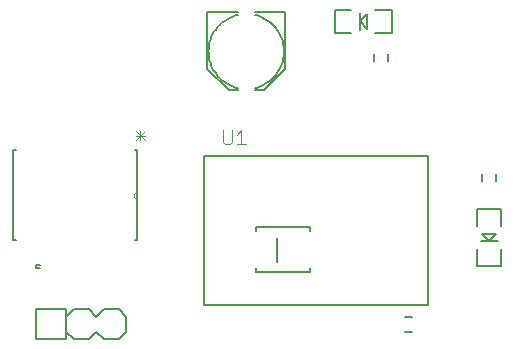
<source format=gto>
G75*
G70*
%OFA0B0*%
%FSLAX24Y24*%
%IPPOS*%
%LPD*%
%AMOC8*
5,1,8,0,0,1.08239X$1,22.5*
%
%ADD10C,0.0080*%
%ADD11C,0.0060*%
%ADD12C,0.0050*%
%ADD13C,0.0040*%
%ADD14C,0.0000*%
%ADD15C,0.0030*%
D10*
X003150Y002557D02*
X004150Y002557D01*
X004150Y003557D01*
X003150Y003557D01*
X003150Y002557D01*
X004150Y002807D02*
X004400Y002557D01*
X004900Y002557D01*
X005150Y002807D01*
X005400Y002557D01*
X005900Y002557D01*
X006150Y002807D01*
X006150Y003307D01*
X005900Y003557D01*
X005400Y003557D01*
X005150Y003307D01*
X004900Y003557D01*
X004400Y003557D01*
X004150Y003307D01*
X010479Y004809D02*
X010479Y004947D01*
X010479Y004809D02*
X012290Y004809D01*
X012290Y004947D01*
X011187Y005144D02*
X011187Y005931D01*
X010479Y006168D02*
X010479Y006305D01*
X012290Y006305D01*
X012290Y006168D01*
X017857Y006351D02*
X017857Y006902D01*
X018644Y006902D01*
X018644Y006351D01*
X018486Y006075D02*
X018014Y006075D01*
X018250Y005839D01*
X018486Y006075D01*
X018526Y005839D02*
X018250Y005839D01*
X017975Y005839D01*
X017857Y005564D02*
X017857Y005012D01*
X018644Y005012D01*
X018644Y005564D01*
X014995Y012764D02*
X014444Y012764D01*
X014168Y012921D02*
X014168Y013394D01*
X013932Y013157D01*
X014168Y012921D01*
X013932Y012882D02*
X013932Y013157D01*
X013932Y013433D01*
X013657Y013551D02*
X013105Y013551D01*
X013105Y012764D01*
X013657Y012764D01*
X014444Y013551D02*
X014995Y013551D01*
X014995Y012764D01*
D11*
X014886Y012075D02*
X014886Y011839D01*
X014414Y011839D02*
X014414Y012075D01*
X018014Y008075D02*
X018014Y007839D01*
X018486Y007839D02*
X018486Y008075D01*
X015668Y003294D02*
X015432Y003294D01*
X015432Y002821D02*
X015668Y002821D01*
X006520Y005857D02*
X006520Y007237D01*
X006520Y007477D01*
X006520Y008857D01*
X006440Y008857D01*
X006440Y005857D02*
X006520Y005857D01*
X003270Y005027D02*
X003130Y005027D01*
X003130Y004927D01*
X003270Y004927D01*
X002460Y005857D02*
X002380Y005857D01*
X002380Y008857D01*
X002460Y008857D01*
D12*
X008750Y008657D02*
X008750Y003707D01*
X016200Y003707D01*
X016200Y008657D01*
X008750Y008657D01*
X009560Y010858D02*
X008851Y011567D01*
X008851Y013457D01*
X009875Y013457D01*
X010426Y013457D02*
X011449Y013457D01*
X011449Y011567D01*
X010741Y010858D01*
X010426Y010858D01*
X009875Y010858D02*
X009560Y010858D01*
X011410Y012157D02*
X011407Y012227D01*
X011401Y012298D01*
X011391Y012367D01*
X011377Y012436D01*
X011359Y012505D01*
X011337Y012572D01*
X011311Y012637D01*
X011282Y012701D01*
X011249Y012764D01*
X011213Y012824D01*
X011174Y012883D01*
X011131Y012939D01*
X011085Y012993D01*
X011036Y013044D01*
X010985Y013092D01*
X010931Y013137D01*
X010874Y013179D01*
X010815Y013218D01*
X010754Y013254D01*
X010692Y013286D01*
X010627Y013314D01*
X010561Y013339D01*
X010494Y013360D01*
X010426Y013377D01*
X008890Y012157D02*
X008893Y012087D01*
X008899Y012016D01*
X008909Y011947D01*
X008923Y011878D01*
X008941Y011809D01*
X008963Y011742D01*
X008989Y011677D01*
X009018Y011613D01*
X009051Y011550D01*
X009087Y011490D01*
X009126Y011431D01*
X009169Y011375D01*
X009215Y011321D01*
X009264Y011270D01*
X009315Y011222D01*
X009369Y011177D01*
X009426Y011135D01*
X009485Y011096D01*
X009546Y011060D01*
X009608Y011028D01*
X009673Y011000D01*
X009739Y010975D01*
X009806Y010954D01*
X009874Y010937D01*
X008890Y012157D02*
X008893Y012227D01*
X008899Y012298D01*
X008909Y012367D01*
X008923Y012436D01*
X008941Y012505D01*
X008963Y012572D01*
X008989Y012637D01*
X009018Y012701D01*
X009051Y012764D01*
X009087Y012824D01*
X009126Y012883D01*
X009169Y012939D01*
X009215Y012993D01*
X009264Y013044D01*
X009315Y013092D01*
X009369Y013137D01*
X009426Y013179D01*
X009485Y013218D01*
X009546Y013254D01*
X009608Y013286D01*
X009673Y013314D01*
X009739Y013339D01*
X009806Y013360D01*
X009874Y013377D01*
X011410Y012157D02*
X011407Y012087D01*
X011401Y012016D01*
X011391Y011947D01*
X011377Y011878D01*
X011359Y011809D01*
X011337Y011742D01*
X011311Y011677D01*
X011282Y011613D01*
X011249Y011550D01*
X011213Y011490D01*
X011174Y011431D01*
X011131Y011375D01*
X011085Y011321D01*
X011036Y011270D01*
X010985Y011222D01*
X010931Y011177D01*
X010874Y011135D01*
X010815Y011096D01*
X010754Y011060D01*
X010692Y011028D01*
X010627Y011000D01*
X010561Y010975D01*
X010494Y010954D01*
X010426Y010937D01*
D13*
X009984Y009538D02*
X009984Y009077D01*
X009831Y009077D02*
X010138Y009077D01*
X009831Y009384D02*
X009984Y009538D01*
X009677Y009538D02*
X009677Y009154D01*
X009600Y009077D01*
X009447Y009077D01*
X009370Y009154D01*
X009370Y009538D01*
D14*
X006520Y007477D02*
X006499Y007475D01*
X006479Y007470D01*
X006460Y007461D01*
X006443Y007449D01*
X006428Y007434D01*
X006416Y007417D01*
X006407Y007398D01*
X006402Y007378D01*
X006400Y007357D01*
X006402Y007336D01*
X006407Y007316D01*
X006416Y007297D01*
X006428Y007280D01*
X006443Y007265D01*
X006460Y007253D01*
X006479Y007244D01*
X006499Y007239D01*
X006520Y007237D01*
D15*
X006464Y009199D02*
X006777Y009512D01*
X006777Y009356D02*
X006464Y009356D01*
X006464Y009512D02*
X006777Y009199D01*
X006620Y009199D02*
X006620Y009512D01*
M02*

</source>
